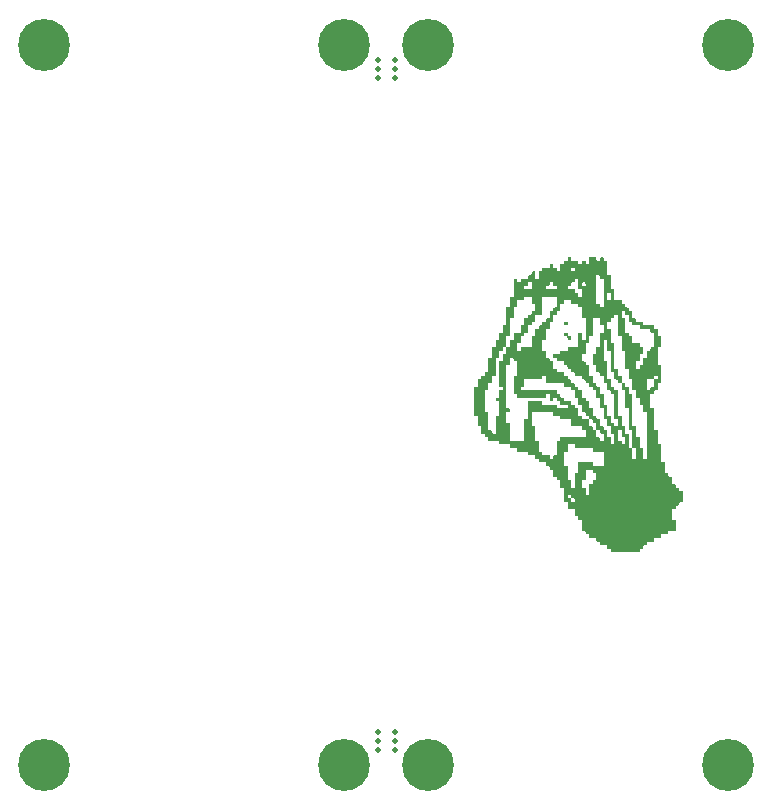
<source format=gbr>
%TF.GenerationSoftware,KiCad,Pcbnew,7.0.7*%
%TF.CreationDate,2023-08-25T22:45:50+10:00*%
%TF.ProjectId,SuperMini-EPD-Sheild,53757065-724d-4696-9e69-2d4550442d53,rev?*%
%TF.SameCoordinates,Original*%
%TF.FileFunction,Soldermask,Bot*%
%TF.FilePolarity,Negative*%
%FSLAX46Y46*%
G04 Gerber Fmt 4.6, Leading zero omitted, Abs format (unit mm)*
G04 Created by KiCad (PCBNEW 7.0.7) date 2023-08-25 22:45:50*
%MOMM*%
%LPD*%
G01*
G04 APERTURE LIST*
%ADD10C,0.500000*%
%ADD11C,4.400000*%
G04 APERTURE END LIST*
%TO.C,G\u002A\u002A\u002A*%
G36*
X82256196Y-61565610D02*
G01*
X82352281Y-61573963D01*
X82390332Y-61615877D01*
X82397077Y-61718079D01*
X82397058Y-61729685D01*
X82388705Y-61825770D01*
X82346791Y-61863821D01*
X82244590Y-61870566D01*
X82232983Y-61870547D01*
X82136898Y-61862194D01*
X82098847Y-61820280D01*
X82092103Y-61718079D01*
X82092122Y-61706472D01*
X82100474Y-61610387D01*
X82142388Y-61572336D01*
X82244590Y-61565591D01*
X82256196Y-61565610D01*
G37*
G36*
X82256196Y-62480533D02*
G01*
X82352281Y-62488886D01*
X82390332Y-62530800D01*
X82397077Y-62633001D01*
X82397096Y-62644608D01*
X82405449Y-62740693D01*
X82447362Y-62778744D01*
X82549564Y-62785488D01*
X82561170Y-62785507D01*
X82657256Y-62793860D01*
X82695307Y-62835774D01*
X82702051Y-62937976D01*
X82702032Y-62949582D01*
X82693679Y-63045667D01*
X82651766Y-63083718D01*
X82549564Y-63090463D01*
X82537957Y-63090444D01*
X82441872Y-63082091D01*
X82403821Y-63040177D01*
X82397077Y-62937976D01*
X82397058Y-62926369D01*
X82388705Y-62830284D01*
X82346791Y-62792233D01*
X82244590Y-62785488D01*
X82232983Y-62785470D01*
X82136898Y-62777117D01*
X82098847Y-62735203D01*
X82092103Y-62633001D01*
X82092122Y-62621395D01*
X82100474Y-62525310D01*
X82142388Y-62487259D01*
X82244590Y-62480514D01*
X82256196Y-62480533D01*
G37*
G36*
X85751794Y-57600926D02*
G01*
X85904281Y-57600926D01*
X86056768Y-57600926D01*
X86056768Y-58210874D01*
X86056768Y-58820823D01*
X86209255Y-58820823D01*
X86361742Y-58820823D01*
X86361742Y-59125797D01*
X86361742Y-59278284D01*
X86361742Y-59735746D01*
X86666717Y-59735746D01*
X86971691Y-59735746D01*
X86971691Y-59888233D01*
X86971710Y-59899839D01*
X86980063Y-59995924D01*
X87021976Y-60033976D01*
X87124178Y-60040720D01*
X87135785Y-60040739D01*
X87231870Y-60049092D01*
X87269921Y-60091005D01*
X87276665Y-60193207D01*
X87276684Y-60204814D01*
X87285037Y-60300899D01*
X87326951Y-60338950D01*
X87429152Y-60345694D01*
X87440759Y-60345713D01*
X87536844Y-60354066D01*
X87574895Y-60395980D01*
X87581639Y-60498181D01*
X87581658Y-60509788D01*
X87590011Y-60605873D01*
X87631925Y-60643924D01*
X87734127Y-60650669D01*
X87886614Y-60650669D01*
X87886614Y-60955643D01*
X87886614Y-61260617D01*
X88039101Y-61260617D01*
X88050707Y-61260636D01*
X88146792Y-61268989D01*
X88184844Y-61310903D01*
X88191588Y-61413104D01*
X88191588Y-61565591D01*
X88496562Y-61565591D01*
X88801537Y-61565591D01*
X88801537Y-61718079D01*
X88801537Y-61870566D01*
X89258998Y-61870566D01*
X89716459Y-61870566D01*
X89716459Y-62023053D01*
X89716478Y-62034659D01*
X89724831Y-62130744D01*
X89766745Y-62168796D01*
X89868946Y-62175540D01*
X90021434Y-62175540D01*
X90021434Y-62480514D01*
X90021434Y-62785488D01*
X90173921Y-62785488D01*
X90326408Y-62785488D01*
X90326408Y-63242950D01*
X90326408Y-63700411D01*
X90173921Y-63700411D01*
X90021434Y-63700411D01*
X90021434Y-64462847D01*
X90021434Y-65225283D01*
X90173921Y-65225283D01*
X90326408Y-65225283D01*
X90326408Y-65987718D01*
X90326408Y-66292693D01*
X90326408Y-66750154D01*
X90173921Y-66750154D01*
X90021434Y-66750154D01*
X90021434Y-67055128D01*
X90021434Y-67360103D01*
X89868946Y-67360103D01*
X89857340Y-67360121D01*
X89761255Y-67368474D01*
X89723204Y-67410388D01*
X89716459Y-67512590D01*
X89716440Y-67524196D01*
X89708088Y-67620281D01*
X89666174Y-67658332D01*
X89563972Y-67665077D01*
X89411485Y-67665077D01*
X89411485Y-68275025D01*
X89411485Y-68884974D01*
X89563972Y-68884974D01*
X89716459Y-68884974D01*
X89716459Y-69799897D01*
X89716459Y-70714820D01*
X89868946Y-70714820D01*
X90021434Y-70714820D01*
X90021434Y-71324768D01*
X90021434Y-71934717D01*
X90173921Y-71934717D01*
X90326408Y-71934717D01*
X90326408Y-72697152D01*
X90326408Y-73154614D01*
X90326408Y-73459588D01*
X90478895Y-73459588D01*
X90631382Y-73459588D01*
X90631382Y-73764562D01*
X90631382Y-73917049D01*
X90631382Y-74374511D01*
X90783869Y-74374511D01*
X90795476Y-74374530D01*
X90891561Y-74382882D01*
X90929612Y-74424796D01*
X90936356Y-74526998D01*
X90936375Y-74538604D01*
X90944728Y-74634689D01*
X90986642Y-74672741D01*
X91088844Y-74679485D01*
X91241331Y-74679485D01*
X91241331Y-74984459D01*
X91241331Y-75289434D01*
X91393818Y-75289434D01*
X91405424Y-75289453D01*
X91501509Y-75297805D01*
X91539561Y-75339719D01*
X91546305Y-75441921D01*
X91546324Y-75453527D01*
X91554677Y-75549612D01*
X91596590Y-75587663D01*
X91698792Y-75594408D01*
X91710399Y-75594427D01*
X91806484Y-75602780D01*
X91844535Y-75644693D01*
X91851279Y-75746895D01*
X91851298Y-75758502D01*
X91859651Y-75854587D01*
X91901565Y-75892638D01*
X92003766Y-75899382D01*
X92156253Y-75899382D01*
X92156253Y-76356844D01*
X92156253Y-76661818D01*
X92156253Y-76814305D01*
X92003766Y-76814305D01*
X91992160Y-76814324D01*
X91896075Y-76822677D01*
X91858024Y-76864590D01*
X91851279Y-76966792D01*
X91851260Y-76978399D01*
X91842908Y-77074484D01*
X91800994Y-77112535D01*
X91698792Y-77119279D01*
X91687186Y-77119298D01*
X91591101Y-77127651D01*
X91553049Y-77169565D01*
X91546305Y-77271766D01*
X91546286Y-77283373D01*
X91537933Y-77379458D01*
X91496020Y-77417509D01*
X91393818Y-77424253D01*
X91241331Y-77424253D01*
X91241331Y-77881715D01*
X91241331Y-78339176D01*
X91393818Y-78339176D01*
X91546305Y-78339176D01*
X91546305Y-78796638D01*
X91546305Y-79254099D01*
X91241331Y-79254099D01*
X90936356Y-79254099D01*
X90936356Y-79406586D01*
X90936356Y-79559073D01*
X90631382Y-79559073D01*
X90326408Y-79559073D01*
X90326408Y-79711561D01*
X90326408Y-79864048D01*
X90021434Y-79864048D01*
X89716459Y-79864048D01*
X89716459Y-80016535D01*
X89716459Y-80169022D01*
X89411485Y-80169022D01*
X89106511Y-80169022D01*
X89106511Y-80321509D01*
X89106492Y-80333116D01*
X89098139Y-80429201D01*
X89056225Y-80467252D01*
X88954024Y-80473996D01*
X88942417Y-80474015D01*
X88846332Y-80482368D01*
X88808281Y-80524282D01*
X88801537Y-80626483D01*
X88801518Y-80638090D01*
X88793165Y-80734175D01*
X88751251Y-80772226D01*
X88649049Y-80778970D01*
X88637443Y-80778989D01*
X88541358Y-80787342D01*
X88503307Y-80829256D01*
X88496562Y-80931458D01*
X88496562Y-81083945D01*
X87276665Y-81083945D01*
X86056768Y-81083945D01*
X86056768Y-80931458D01*
X86056749Y-80919851D01*
X86048396Y-80823766D01*
X86006483Y-80785715D01*
X85904281Y-80778970D01*
X85892674Y-80778951D01*
X85796589Y-80770599D01*
X85758538Y-80728685D01*
X85751794Y-80626483D01*
X85751794Y-80473996D01*
X85446820Y-80473996D01*
X85141845Y-80473996D01*
X85141845Y-80321509D01*
X85141826Y-80309903D01*
X85133474Y-80213817D01*
X85091560Y-80175766D01*
X84989358Y-80169022D01*
X84977752Y-80169003D01*
X84881667Y-80160650D01*
X84843615Y-80118736D01*
X84836871Y-80016535D01*
X84836871Y-79864048D01*
X84531897Y-79864048D01*
X84226922Y-79864048D01*
X84226922Y-79711561D01*
X84226903Y-79699954D01*
X84218551Y-79603869D01*
X84176637Y-79565818D01*
X84074435Y-79559073D01*
X84062829Y-79559054D01*
X83966744Y-79550702D01*
X83928693Y-79508788D01*
X83921948Y-79406586D01*
X83921929Y-79394980D01*
X83913576Y-79298895D01*
X83871663Y-79260843D01*
X83769461Y-79254099D01*
X83616974Y-79254099D01*
X83616974Y-78796638D01*
X83616974Y-78339176D01*
X83464487Y-78339176D01*
X83452880Y-78339157D01*
X83356795Y-78330805D01*
X83318744Y-78288891D01*
X83312000Y-78186689D01*
X83311981Y-78175083D01*
X83303628Y-78078998D01*
X83261714Y-78040946D01*
X83159513Y-78034202D01*
X83007025Y-78034202D01*
X83007025Y-77729228D01*
X83007025Y-77424253D01*
X82702051Y-77424253D01*
X82397077Y-77424253D01*
X82397077Y-77119279D01*
X82397077Y-76814305D01*
X82244590Y-76814305D01*
X82092103Y-76814305D01*
X82092103Y-76356844D01*
X82397077Y-76356844D01*
X82397096Y-76368450D01*
X82405449Y-76464535D01*
X82447362Y-76502586D01*
X82549564Y-76509331D01*
X82561170Y-76509350D01*
X82657256Y-76517702D01*
X82695307Y-76559616D01*
X82702051Y-76661818D01*
X82702070Y-76673424D01*
X82710423Y-76769509D01*
X82752337Y-76807561D01*
X82854538Y-76814305D01*
X82866145Y-76814286D01*
X82962230Y-76805933D01*
X83000281Y-76764020D01*
X83007025Y-76661818D01*
X83007006Y-76650211D01*
X82998654Y-76554126D01*
X82956740Y-76516075D01*
X82854538Y-76509331D01*
X82842932Y-76509312D01*
X82746847Y-76500959D01*
X82708795Y-76459045D01*
X82702051Y-76356844D01*
X82702032Y-76345237D01*
X82693679Y-76249152D01*
X82651766Y-76211101D01*
X82549564Y-76204356D01*
X82537957Y-76204375D01*
X82441872Y-76212728D01*
X82403821Y-76254642D01*
X82397077Y-76356844D01*
X82092103Y-76356844D01*
X82092103Y-76204356D01*
X82092103Y-75594408D01*
X81939615Y-75594408D01*
X81787128Y-75594408D01*
X81787128Y-75289434D01*
X81787128Y-74984459D01*
X81634641Y-74984459D01*
X81623035Y-74984440D01*
X81526950Y-74976088D01*
X81488898Y-74934174D01*
X81482154Y-74831972D01*
X81482135Y-74820366D01*
X81473782Y-74724281D01*
X81431869Y-74686229D01*
X81329667Y-74679485D01*
X81177180Y-74679485D01*
X81177180Y-74374511D01*
X81177180Y-74069536D01*
X81024693Y-74069536D01*
X81013086Y-74069518D01*
X80917001Y-74061165D01*
X80878950Y-74019251D01*
X80872205Y-73917049D01*
X80872187Y-73905443D01*
X80863834Y-73809358D01*
X80821920Y-73771307D01*
X80719718Y-73764562D01*
X82092103Y-73764562D01*
X82244590Y-73764562D01*
X82397077Y-73764562D01*
X82397077Y-74374511D01*
X82397077Y-74984459D01*
X82549564Y-74984459D01*
X82702051Y-74984459D01*
X82702051Y-75289434D01*
X82702051Y-75594408D01*
X82854538Y-75594408D01*
X83007025Y-75594408D01*
X83616974Y-75594408D01*
X83769461Y-75594408D01*
X83921948Y-75594408D01*
X83921948Y-75899382D01*
X83921948Y-76204356D01*
X84074435Y-76204356D01*
X84226922Y-76204356D01*
X84226922Y-75746895D01*
X84226922Y-75289434D01*
X84379410Y-75289434D01*
X84391016Y-75289415D01*
X84487101Y-75281062D01*
X84525152Y-75239148D01*
X84531897Y-75136946D01*
X84531916Y-75125340D01*
X84540268Y-75029255D01*
X84582182Y-74991204D01*
X84684384Y-74984459D01*
X84836871Y-74984459D01*
X84836871Y-74679485D01*
X84836871Y-74374511D01*
X84684384Y-74374511D01*
X84672777Y-74374492D01*
X84576692Y-74366139D01*
X84538641Y-74324225D01*
X84531897Y-74222024D01*
X84531897Y-74069536D01*
X84226922Y-74069536D01*
X83921948Y-74069536D01*
X83921948Y-74526998D01*
X83921948Y-74984459D01*
X83769461Y-74984459D01*
X83616974Y-74984459D01*
X83616974Y-75289434D01*
X83616974Y-75594408D01*
X83007025Y-75594408D01*
X83007025Y-74984459D01*
X83007025Y-74374511D01*
X83159513Y-74374511D01*
X83312000Y-74374511D01*
X83312000Y-73917049D01*
X83312000Y-73459588D01*
X83921948Y-73459588D01*
X84531897Y-73459588D01*
X84531897Y-73612075D01*
X84531897Y-73764562D01*
X84989358Y-73764562D01*
X85446820Y-73764562D01*
X85446820Y-73154614D01*
X85446820Y-72544665D01*
X84989358Y-72544665D01*
X84531897Y-72544665D01*
X84531897Y-72392178D01*
X84531897Y-72239691D01*
X83769461Y-72239691D01*
X83007025Y-72239691D01*
X83007025Y-72087204D01*
X83007025Y-71934717D01*
X82702051Y-71934717D01*
X82397077Y-71934717D01*
X82397077Y-72239691D01*
X82397077Y-72544665D01*
X82244590Y-72544665D01*
X82092103Y-72544665D01*
X82092103Y-73154614D01*
X82092103Y-73764562D01*
X80719718Y-73764562D01*
X80708112Y-73764543D01*
X80612027Y-73756190D01*
X80573976Y-73714277D01*
X80567231Y-73612075D01*
X80567231Y-73459588D01*
X80262257Y-73459588D01*
X79957283Y-73459588D01*
X79957283Y-73307101D01*
X79957264Y-73295494D01*
X79948911Y-73199409D01*
X79906997Y-73161358D01*
X79804796Y-73154614D01*
X79793189Y-73154595D01*
X79697104Y-73146242D01*
X79659053Y-73104328D01*
X79652308Y-73002127D01*
X79652308Y-72849639D01*
X79347334Y-72849639D01*
X79042360Y-72849639D01*
X79042360Y-72697152D01*
X79042360Y-72544665D01*
X78584898Y-72544665D01*
X78127437Y-72544665D01*
X78127437Y-72392178D01*
X78127437Y-72239691D01*
X77822463Y-72239691D01*
X77517488Y-72239691D01*
X77517488Y-72087204D01*
X77517488Y-71934717D01*
X77060027Y-71934717D01*
X76602566Y-71934717D01*
X76602566Y-71782229D01*
X76602566Y-71629742D01*
X76145104Y-71629742D01*
X75687643Y-71629742D01*
X75687643Y-71477255D01*
X75687624Y-71465649D01*
X75679271Y-71369564D01*
X75637357Y-71331512D01*
X75535156Y-71324768D01*
X75523549Y-71324749D01*
X75427464Y-71316396D01*
X75389413Y-71274483D01*
X75382669Y-71172281D01*
X75382650Y-71160674D01*
X75374297Y-71064589D01*
X75332383Y-71026538D01*
X75230181Y-71019794D01*
X75077694Y-71019794D01*
X75077694Y-70714820D01*
X75077694Y-70409845D01*
X74925207Y-70409845D01*
X74772720Y-70409845D01*
X74772720Y-69952384D01*
X74772720Y-69494922D01*
X74620233Y-69494922D01*
X74467746Y-69494922D01*
X74467746Y-69189948D01*
X75382669Y-69189948D01*
X75535156Y-69189948D01*
X75687643Y-69189948D01*
X75687643Y-69952384D01*
X75687643Y-70714820D01*
X75840130Y-70714820D01*
X75851737Y-70714838D01*
X75947822Y-70723191D01*
X75985873Y-70765105D01*
X75992617Y-70867307D01*
X75992636Y-70878913D01*
X76000989Y-70974998D01*
X76042903Y-71013049D01*
X76145104Y-71019794D01*
X76297591Y-71019794D01*
X76297591Y-70257358D01*
X76297591Y-70104871D01*
X77212514Y-70104871D01*
X77365001Y-70104871D01*
X77517488Y-70104871D01*
X77517488Y-70867307D01*
X77517488Y-71629742D01*
X78127437Y-71629742D01*
X78737386Y-71629742D01*
X78737386Y-70714820D01*
X78737386Y-70409845D01*
X79347334Y-70409845D01*
X79499821Y-70409845D01*
X79652308Y-70409845D01*
X79652308Y-71019794D01*
X79652308Y-71629742D01*
X79804796Y-71629742D01*
X79957283Y-71629742D01*
X79957283Y-72087204D01*
X79957283Y-72544665D01*
X80109770Y-72544665D01*
X80121376Y-72544684D01*
X80217461Y-72553037D01*
X80255513Y-72594951D01*
X80262257Y-72697152D01*
X80262257Y-72849639D01*
X80567231Y-72849639D01*
X80872205Y-72849639D01*
X80872205Y-73002127D01*
X80872224Y-73013733D01*
X80880577Y-73109818D01*
X80922491Y-73147869D01*
X81024693Y-73154614D01*
X81036299Y-73154595D01*
X81132384Y-73146242D01*
X81170435Y-73104328D01*
X81177180Y-73002127D01*
X81177199Y-72990520D01*
X81185551Y-72894435D01*
X81227465Y-72856384D01*
X81329667Y-72849639D01*
X81482154Y-72849639D01*
X81482154Y-72239691D01*
X81482154Y-71629742D01*
X81634641Y-71629742D01*
X81646248Y-71629723D01*
X81742333Y-71621371D01*
X81780384Y-71579457D01*
X81787128Y-71477255D01*
X81787128Y-71324768D01*
X82854538Y-71324768D01*
X83921948Y-71324768D01*
X84836871Y-71324768D01*
X84989358Y-71324768D01*
X85000965Y-71324787D01*
X85097050Y-71333140D01*
X85135101Y-71375053D01*
X85141845Y-71477255D01*
X85141864Y-71488862D01*
X85150217Y-71584947D01*
X85192131Y-71622998D01*
X85294332Y-71629742D01*
X85446820Y-71629742D01*
X85446820Y-71324768D01*
X85446820Y-71019794D01*
X85294332Y-71019794D01*
X85282726Y-71019775D01*
X85186641Y-71011422D01*
X85148590Y-70969508D01*
X85141845Y-70867307D01*
X85141826Y-70855700D01*
X85133474Y-70759615D01*
X85091560Y-70721564D01*
X84989358Y-70714820D01*
X84836871Y-70714820D01*
X84836871Y-71019794D01*
X84836871Y-71324768D01*
X83921948Y-71324768D01*
X83921948Y-71019794D01*
X83921948Y-70714820D01*
X83769461Y-70714820D01*
X83757855Y-70714801D01*
X83661769Y-70706448D01*
X83623718Y-70664534D01*
X83616974Y-70562332D01*
X83616974Y-70409845D01*
X83159513Y-70409845D01*
X82702051Y-70409845D01*
X82702051Y-70104871D01*
X82702051Y-69799897D01*
X82244590Y-69799897D01*
X81787128Y-69799897D01*
X81787128Y-69647410D01*
X81787128Y-69494922D01*
X81482154Y-69494922D01*
X81177180Y-69494922D01*
X81177180Y-69342435D01*
X81177180Y-69189948D01*
X80262257Y-69189948D01*
X79347334Y-69189948D01*
X79347334Y-69799897D01*
X79347334Y-70409845D01*
X78737386Y-70409845D01*
X78737386Y-69799897D01*
X78889873Y-69799897D01*
X79042360Y-69799897D01*
X79042360Y-69037461D01*
X79042360Y-68275025D01*
X79652308Y-68275025D01*
X80262257Y-68275025D01*
X80262257Y-68427512D01*
X80262257Y-68580000D01*
X80872205Y-68580000D01*
X81482154Y-68580000D01*
X81482154Y-68732487D01*
X81482154Y-68884974D01*
X81939615Y-68884974D01*
X82397077Y-68884974D01*
X82397077Y-68732487D01*
X82397077Y-68580000D01*
X82092103Y-68580000D01*
X81787128Y-68580000D01*
X81787128Y-68427512D01*
X81787109Y-68415906D01*
X81778757Y-68319821D01*
X81736843Y-68281770D01*
X81634641Y-68275025D01*
X81623035Y-68275006D01*
X81526950Y-68266654D01*
X81488898Y-68224740D01*
X81482154Y-68122538D01*
X81482135Y-68110932D01*
X81473782Y-68014847D01*
X81431869Y-67976795D01*
X81329667Y-67970051D01*
X81318060Y-67970070D01*
X81221975Y-67978423D01*
X81183924Y-68020336D01*
X81177180Y-68122538D01*
X81177161Y-68134145D01*
X81168808Y-68230230D01*
X81126894Y-68268281D01*
X81024693Y-68275025D01*
X80872205Y-68275025D01*
X80872205Y-67970051D01*
X80872205Y-67665077D01*
X80719718Y-67665077D01*
X80708112Y-67665096D01*
X80612027Y-67673449D01*
X80573976Y-67715362D01*
X80567231Y-67817564D01*
X80567231Y-67970051D01*
X79347334Y-67970051D01*
X78127437Y-67970051D01*
X78127437Y-67817564D01*
X78127418Y-67805957D01*
X78119065Y-67709872D01*
X78077152Y-67671821D01*
X77974950Y-67665077D01*
X77822463Y-67665077D01*
X77822463Y-67360103D01*
X78432411Y-67360103D01*
X79957283Y-67360103D01*
X81482154Y-67360103D01*
X81482154Y-67512590D01*
X81482173Y-67524196D01*
X81490526Y-67620281D01*
X81532439Y-67658332D01*
X81634641Y-67665077D01*
X81646248Y-67665096D01*
X81742333Y-67673449D01*
X81780384Y-67715362D01*
X81787128Y-67817564D01*
X81787147Y-67829170D01*
X81795500Y-67925256D01*
X81837414Y-67963307D01*
X81939615Y-67970051D01*
X81951222Y-67970070D01*
X82047307Y-67978423D01*
X82085358Y-68020336D01*
X82092103Y-68122538D01*
X82092103Y-68275025D01*
X82397077Y-68275025D01*
X82702051Y-68275025D01*
X82702051Y-68427512D01*
X82702070Y-68439119D01*
X82710423Y-68535204D01*
X82752337Y-68573255D01*
X82854538Y-68580000D01*
X82866145Y-68580019D01*
X82962230Y-68588371D01*
X83000281Y-68630285D01*
X83007025Y-68732487D01*
X83007044Y-68744093D01*
X83015397Y-68840178D01*
X83057311Y-68878230D01*
X83159513Y-68884974D01*
X83312000Y-68884974D01*
X83312000Y-69189948D01*
X83312000Y-69494922D01*
X83464487Y-69494922D01*
X83476093Y-69494941D01*
X83572178Y-69503294D01*
X83610230Y-69545208D01*
X83616974Y-69647410D01*
X83616974Y-69799897D01*
X83921948Y-69799897D01*
X84226922Y-69799897D01*
X84226922Y-70104871D01*
X84226922Y-70409845D01*
X84379410Y-70409845D01*
X84391016Y-70409864D01*
X84487101Y-70418217D01*
X84525152Y-70460131D01*
X84531897Y-70562332D01*
X84531916Y-70573939D01*
X84540268Y-70670024D01*
X84582182Y-70708075D01*
X84684384Y-70714820D01*
X84836871Y-70714820D01*
X84836871Y-70409845D01*
X84836871Y-70104871D01*
X84684384Y-70104871D01*
X84672777Y-70104852D01*
X84576692Y-70096499D01*
X84538641Y-70054586D01*
X84531897Y-69952384D01*
X84531878Y-69940777D01*
X84523525Y-69844692D01*
X84481611Y-69806641D01*
X84379410Y-69799897D01*
X84367803Y-69799878D01*
X84271718Y-69791525D01*
X84233667Y-69749611D01*
X84226922Y-69647410D01*
X84226903Y-69635803D01*
X84218551Y-69539718D01*
X84176637Y-69501667D01*
X84074435Y-69494922D01*
X84062829Y-69494903D01*
X83966744Y-69486551D01*
X83928693Y-69444637D01*
X83921948Y-69342435D01*
X83921929Y-69330829D01*
X83913576Y-69234744D01*
X83871663Y-69196693D01*
X83769461Y-69189948D01*
X83616974Y-69189948D01*
X83616974Y-68884974D01*
X83616974Y-68580000D01*
X83464487Y-68580000D01*
X83312000Y-68580000D01*
X83312000Y-68275025D01*
X83312000Y-67970051D01*
X83159513Y-67970051D01*
X83007025Y-67970051D01*
X83007025Y-67665077D01*
X83007025Y-67360103D01*
X82854538Y-67360103D01*
X82842932Y-67360084D01*
X82746847Y-67351731D01*
X82708795Y-67309817D01*
X82702051Y-67207615D01*
X82702051Y-67055128D01*
X82397077Y-67055128D01*
X82092103Y-67055128D01*
X82092103Y-66902641D01*
X82092103Y-66750154D01*
X81329667Y-66750154D01*
X80567231Y-66750154D01*
X80567231Y-66445180D01*
X80567231Y-66140205D01*
X80414744Y-66140205D01*
X80403138Y-66140224D01*
X80307052Y-66148577D01*
X80269001Y-66190491D01*
X80262257Y-66292693D01*
X80262257Y-66445180D01*
X79499821Y-66445180D01*
X78737386Y-66445180D01*
X78737386Y-66750154D01*
X78737386Y-67055128D01*
X78584898Y-67055128D01*
X78573292Y-67055147D01*
X78477207Y-67063500D01*
X78439156Y-67105414D01*
X78432411Y-67207615D01*
X78432411Y-67360103D01*
X77822463Y-67360103D01*
X77822463Y-66902641D01*
X77822463Y-66140205D01*
X77974950Y-66140205D01*
X78127437Y-66140205D01*
X78127437Y-65530257D01*
X78127437Y-64920308D01*
X77974950Y-64920308D01*
X77963343Y-64920289D01*
X77867258Y-64911937D01*
X77829207Y-64870023D01*
X77822463Y-64767821D01*
X77822444Y-64756215D01*
X77814091Y-64660130D01*
X77772177Y-64622078D01*
X77669976Y-64615334D01*
X77517488Y-64615334D01*
X77517488Y-64920308D01*
X77517488Y-65225283D01*
X77365001Y-65225283D01*
X77212514Y-65225283D01*
X77212514Y-67055128D01*
X77212514Y-68884974D01*
X77365001Y-68884974D01*
X77376608Y-68884993D01*
X77472693Y-68893346D01*
X77510744Y-68935259D01*
X77517488Y-69037461D01*
X77517470Y-69049068D01*
X77509117Y-69145153D01*
X77467203Y-69183204D01*
X77365001Y-69189948D01*
X77212514Y-69189948D01*
X77212514Y-69647410D01*
X77212514Y-70104871D01*
X76297591Y-70104871D01*
X76297591Y-69494922D01*
X76450079Y-69494922D01*
X76602566Y-69494922D01*
X76602566Y-68884974D01*
X76602566Y-68275025D01*
X76450079Y-68275025D01*
X76438472Y-68275006D01*
X76342387Y-68266654D01*
X76304336Y-68224740D01*
X76297591Y-68122538D01*
X76297610Y-68110932D01*
X76305963Y-68014847D01*
X76347877Y-67976795D01*
X76450079Y-67970051D01*
X76602566Y-67970051D01*
X76602566Y-67665077D01*
X76602566Y-67360103D01*
X76755053Y-67360103D01*
X76766659Y-67360084D01*
X76862744Y-67351731D01*
X76900796Y-67309817D01*
X76907540Y-67207615D01*
X76907521Y-67196009D01*
X76899168Y-67099924D01*
X76857255Y-67061873D01*
X76755053Y-67055128D01*
X76602566Y-67055128D01*
X76602566Y-65987718D01*
X76602566Y-64920308D01*
X76755053Y-64920308D01*
X76907540Y-64920308D01*
X76907540Y-64615334D01*
X76907540Y-64310360D01*
X77060027Y-64310360D01*
X77212514Y-64310360D01*
X77212514Y-64005386D01*
X78127437Y-64005386D01*
X78279924Y-64005386D01*
X80262257Y-64005386D01*
X80414744Y-64005386D01*
X80567231Y-64005386D01*
X80567231Y-64310360D01*
X80567231Y-64615334D01*
X80719718Y-64615334D01*
X80731325Y-64615353D01*
X80827410Y-64623706D01*
X80865461Y-64665620D01*
X80872205Y-64767821D01*
X80872224Y-64779428D01*
X80880577Y-64875513D01*
X80922491Y-64913564D01*
X81024693Y-64920308D01*
X81177180Y-64920308D01*
X81177180Y-65225283D01*
X81177180Y-65530257D01*
X81329667Y-65530257D01*
X81341273Y-65530276D01*
X81437358Y-65538629D01*
X81475410Y-65580542D01*
X81482154Y-65682744D01*
X81482154Y-65835231D01*
X81787128Y-65835231D01*
X82092103Y-65835231D01*
X82092103Y-65987718D01*
X82092122Y-65999325D01*
X82100474Y-66095410D01*
X82142388Y-66133461D01*
X82244590Y-66140205D01*
X82256196Y-66140224D01*
X82352281Y-66148577D01*
X82390332Y-66190491D01*
X82397077Y-66292693D01*
X82397096Y-66304299D01*
X82405449Y-66400384D01*
X82447362Y-66438435D01*
X82549564Y-66445180D01*
X82561170Y-66445199D01*
X82657256Y-66453551D01*
X82695307Y-66495465D01*
X82702051Y-66597667D01*
X82702070Y-66609273D01*
X82710423Y-66705358D01*
X82752337Y-66743410D01*
X82854538Y-66750154D01*
X82866145Y-66750173D01*
X82962230Y-66758526D01*
X83000281Y-66800439D01*
X83007025Y-66902641D01*
X83007044Y-66914248D01*
X83015397Y-67010333D01*
X83057311Y-67048384D01*
X83159513Y-67055128D01*
X83171119Y-67055147D01*
X83267204Y-67063500D01*
X83305255Y-67105414D01*
X83312000Y-67207615D01*
X83312019Y-67219222D01*
X83320371Y-67315307D01*
X83362285Y-67353358D01*
X83464487Y-67360103D01*
X83616974Y-67360103D01*
X83616974Y-67665077D01*
X83616974Y-67970051D01*
X83769461Y-67970051D01*
X83781068Y-67970070D01*
X83877153Y-67978423D01*
X83915204Y-68020336D01*
X83921948Y-68122538D01*
X83921967Y-68134145D01*
X83930320Y-68230230D01*
X83972234Y-68268281D01*
X84074435Y-68275025D01*
X84226922Y-68275025D01*
X84226922Y-68580000D01*
X84226922Y-68884974D01*
X84379410Y-68884974D01*
X84531897Y-68884974D01*
X84531897Y-69189948D01*
X84531897Y-69494922D01*
X84684384Y-69494922D01*
X84695990Y-69494941D01*
X84792075Y-69503294D01*
X84830127Y-69545208D01*
X84836871Y-69647410D01*
X84836890Y-69659016D01*
X84845243Y-69755101D01*
X84887156Y-69793152D01*
X84989358Y-69799897D01*
X85141845Y-69799897D01*
X85141845Y-70104871D01*
X85141845Y-70409845D01*
X85294332Y-70409845D01*
X85305939Y-70409864D01*
X85402024Y-70418217D01*
X85440075Y-70460131D01*
X85446820Y-70562332D01*
X85446838Y-70573939D01*
X85455191Y-70670024D01*
X85497105Y-70708075D01*
X85599307Y-70714820D01*
X85751794Y-70714820D01*
X85751794Y-71019794D01*
X85751794Y-71324768D01*
X85904281Y-71324768D01*
X86056768Y-71324768D01*
X86056768Y-71629742D01*
X86056768Y-71934717D01*
X86209255Y-71934717D01*
X86361742Y-71934717D01*
X86361742Y-71629742D01*
X86666717Y-71629742D01*
X86819204Y-71629742D01*
X86830810Y-71629761D01*
X86926895Y-71638114D01*
X86964947Y-71680028D01*
X86971691Y-71782229D01*
X86971710Y-71793836D01*
X86980063Y-71889921D01*
X87021976Y-71927972D01*
X87124178Y-71934717D01*
X87276665Y-71934717D01*
X87276665Y-71629742D01*
X87276665Y-71324768D01*
X87124178Y-71324768D01*
X86971691Y-71324768D01*
X86971691Y-71019794D01*
X86971691Y-70714820D01*
X86819204Y-70714820D01*
X86666717Y-70714820D01*
X86666717Y-71172281D01*
X86666717Y-71629742D01*
X86361742Y-71629742D01*
X86361742Y-71477255D01*
X86361742Y-71019794D01*
X86209255Y-71019794D01*
X86056768Y-71019794D01*
X86056768Y-70714820D01*
X86056768Y-70409845D01*
X85904281Y-70409845D01*
X85751794Y-70409845D01*
X85751794Y-70104871D01*
X85751794Y-69799897D01*
X85599307Y-69799897D01*
X85446820Y-69799897D01*
X85446820Y-69342435D01*
X85446820Y-68884974D01*
X85294332Y-68884974D01*
X85141845Y-68884974D01*
X85141845Y-68427512D01*
X85141845Y-67970051D01*
X84989358Y-67970051D01*
X84836871Y-67970051D01*
X84836871Y-67665077D01*
X84836871Y-67360103D01*
X84684384Y-67360103D01*
X84672777Y-67360084D01*
X84576692Y-67351731D01*
X84538641Y-67309817D01*
X84531897Y-67207615D01*
X84531878Y-67196009D01*
X84523525Y-67099924D01*
X84481611Y-67061873D01*
X84379410Y-67055128D01*
X84367803Y-67055109D01*
X84271718Y-67046757D01*
X84233667Y-67004843D01*
X84226922Y-66902641D01*
X84226903Y-66891035D01*
X84218551Y-66794950D01*
X84176637Y-66756898D01*
X84074435Y-66750154D01*
X84062829Y-66750135D01*
X83966744Y-66741782D01*
X83928693Y-66699869D01*
X83921948Y-66597667D01*
X83921929Y-66586060D01*
X83913576Y-66489975D01*
X83871663Y-66451924D01*
X83769461Y-66445180D01*
X83757855Y-66445161D01*
X83661769Y-66436808D01*
X83623718Y-66394894D01*
X83616974Y-66292693D01*
X83616974Y-66140205D01*
X83312000Y-66140205D01*
X83007025Y-66140205D01*
X83007025Y-65987718D01*
X83007006Y-65976112D01*
X82998654Y-65880027D01*
X82956740Y-65841976D01*
X82854538Y-65835231D01*
X82842932Y-65835212D01*
X82746847Y-65826859D01*
X82708795Y-65784946D01*
X82702051Y-65682744D01*
X82702032Y-65671138D01*
X82693679Y-65575052D01*
X82651766Y-65537001D01*
X82549564Y-65530257D01*
X82537957Y-65530238D01*
X82441872Y-65521885D01*
X82403821Y-65479971D01*
X82397077Y-65377770D01*
X82397058Y-65366163D01*
X82388705Y-65270078D01*
X82346791Y-65232027D01*
X82244590Y-65225283D01*
X82232983Y-65225264D01*
X82136898Y-65216911D01*
X82098847Y-65174997D01*
X82092103Y-65072795D01*
X82092103Y-64920308D01*
X83616974Y-64920308D01*
X83769461Y-64920308D01*
X83781068Y-64920327D01*
X83877153Y-64928680D01*
X83915204Y-64970594D01*
X83921948Y-65072795D01*
X83921967Y-65084402D01*
X83930320Y-65180487D01*
X83972234Y-65218538D01*
X84074435Y-65225283D01*
X84226922Y-65225283D01*
X84226922Y-65682744D01*
X84226922Y-66140205D01*
X84379410Y-66140205D01*
X84531897Y-66140205D01*
X84531897Y-66445180D01*
X84531897Y-66750154D01*
X84684384Y-66750154D01*
X84695990Y-66750173D01*
X84792075Y-66758526D01*
X84830127Y-66800439D01*
X84836871Y-66902641D01*
X84836890Y-66914248D01*
X84845243Y-67010333D01*
X84887156Y-67048384D01*
X84989358Y-67055128D01*
X85141845Y-67055128D01*
X85141845Y-67360103D01*
X85141845Y-67665077D01*
X85294332Y-67665077D01*
X85446820Y-67665077D01*
X85446820Y-68122538D01*
X85446820Y-68580000D01*
X85599307Y-68580000D01*
X85751794Y-68580000D01*
X85751794Y-69037461D01*
X85751794Y-69494922D01*
X85904281Y-69494922D01*
X86056768Y-69494922D01*
X86056768Y-69799897D01*
X86056768Y-70104871D01*
X86209255Y-70104871D01*
X86220862Y-70104890D01*
X86316947Y-70113243D01*
X86354998Y-70155156D01*
X86361742Y-70257358D01*
X86361761Y-70268965D01*
X86370114Y-70365050D01*
X86412028Y-70403101D01*
X86514229Y-70409845D01*
X86666717Y-70409845D01*
X86666717Y-70104871D01*
X86666717Y-69799897D01*
X86514229Y-69799897D01*
X86361742Y-69799897D01*
X86361742Y-68732487D01*
X86361742Y-67665077D01*
X86209255Y-67665077D01*
X86197649Y-67665058D01*
X86101564Y-67656705D01*
X86063512Y-67614791D01*
X86056768Y-67512590D01*
X86056749Y-67500983D01*
X86048396Y-67404898D01*
X86006483Y-67366847D01*
X85904281Y-67360103D01*
X85751794Y-67360103D01*
X85751794Y-67055128D01*
X85751794Y-66750154D01*
X85599307Y-66750154D01*
X85446820Y-66750154D01*
X85446820Y-66445180D01*
X85446820Y-66140205D01*
X85294332Y-66140205D01*
X85282726Y-66140186D01*
X85186641Y-66131834D01*
X85148590Y-66089920D01*
X85141845Y-65987718D01*
X85141826Y-65976112D01*
X85133474Y-65880027D01*
X85091560Y-65841976D01*
X84989358Y-65835231D01*
X84836871Y-65835231D01*
X84836871Y-65530257D01*
X84836871Y-65225283D01*
X84684384Y-65225283D01*
X84531897Y-65225283D01*
X84531897Y-64920308D01*
X85446820Y-64920308D01*
X85599307Y-64920308D01*
X85751794Y-64920308D01*
X85751794Y-65682744D01*
X85751794Y-66445180D01*
X85904281Y-66445180D01*
X86056768Y-66445180D01*
X86056768Y-66750154D01*
X86056768Y-67055128D01*
X86209255Y-67055128D01*
X86220862Y-67055147D01*
X86316947Y-67063500D01*
X86354998Y-67105414D01*
X86361742Y-67207615D01*
X86361761Y-67219222D01*
X86370114Y-67315307D01*
X86412028Y-67353358D01*
X86514229Y-67360103D01*
X86666717Y-67360103D01*
X86666717Y-68427512D01*
X86666717Y-69494922D01*
X86819204Y-69494922D01*
X86971691Y-69494922D01*
X86971691Y-69952384D01*
X86971691Y-70409845D01*
X87124178Y-70409845D01*
X87276665Y-70409845D01*
X87276665Y-70714820D01*
X87276665Y-71019794D01*
X87429152Y-71019794D01*
X87581639Y-71019794D01*
X87581639Y-71629742D01*
X87581639Y-71934717D01*
X87581639Y-72239691D01*
X87734127Y-72239691D01*
X87886614Y-72239691D01*
X87886614Y-72697152D01*
X87886614Y-73154614D01*
X88039101Y-73154614D01*
X88191588Y-73154614D01*
X88191588Y-72697152D01*
X88191588Y-72239691D01*
X88039101Y-72239691D01*
X87886614Y-72239691D01*
X87886614Y-71477255D01*
X87886614Y-70714820D01*
X87734127Y-70714820D01*
X87581639Y-70714820D01*
X87581639Y-69799897D01*
X87581639Y-68884974D01*
X87429152Y-68884974D01*
X87276665Y-68884974D01*
X87276665Y-68122538D01*
X87276665Y-67360103D01*
X87124178Y-67360103D01*
X86971691Y-67360103D01*
X86971691Y-67055128D01*
X86971691Y-66750154D01*
X87124178Y-66750154D01*
X87135785Y-66750173D01*
X87231870Y-66758526D01*
X87269921Y-66800439D01*
X87276665Y-66902641D01*
X87276684Y-66914248D01*
X87285037Y-67010333D01*
X87326951Y-67048384D01*
X87429152Y-67055128D01*
X87581639Y-67055128D01*
X87581639Y-67360103D01*
X87581639Y-67665077D01*
X87734127Y-67665077D01*
X87886614Y-67665077D01*
X87886614Y-69037461D01*
X87886614Y-70409845D01*
X88039101Y-70409845D01*
X88191588Y-70409845D01*
X88191588Y-70867307D01*
X88191588Y-71324768D01*
X88344075Y-71324768D01*
X88496562Y-71324768D01*
X88496562Y-71782229D01*
X88496562Y-72239691D01*
X88649049Y-72239691D01*
X88801537Y-72239691D01*
X88801537Y-72697152D01*
X88801537Y-73154614D01*
X88954024Y-73154614D01*
X89106511Y-73154614D01*
X89106511Y-71172281D01*
X89106511Y-69189948D01*
X88954024Y-69189948D01*
X88801537Y-69189948D01*
X88801537Y-68884974D01*
X88801537Y-68580000D01*
X88649049Y-68580000D01*
X88496562Y-68580000D01*
X88496562Y-68275025D01*
X88496562Y-67970051D01*
X88344075Y-67970051D01*
X88191588Y-67970051D01*
X88191588Y-67665077D01*
X88191588Y-67360103D01*
X89106511Y-67360103D01*
X89258998Y-67360103D01*
X89270604Y-67360084D01*
X89366689Y-67351731D01*
X89404741Y-67309817D01*
X89411485Y-67207615D01*
X89411504Y-67196009D01*
X89419857Y-67099924D01*
X89461770Y-67061873D01*
X89563972Y-67055128D01*
X89716459Y-67055128D01*
X89716459Y-66750154D01*
X89716459Y-66445180D01*
X89868946Y-66445180D01*
X89880553Y-66445161D01*
X89976638Y-66436808D01*
X90014689Y-66394894D01*
X90021434Y-66292693D01*
X90021415Y-66281086D01*
X90013062Y-66185001D01*
X89971148Y-66146950D01*
X89868946Y-66140205D01*
X89857340Y-66140224D01*
X89761255Y-66148577D01*
X89723204Y-66190491D01*
X89716459Y-66292693D01*
X89716459Y-66445180D01*
X89411485Y-66445180D01*
X89106511Y-66445180D01*
X89106511Y-66902641D01*
X89106511Y-67360103D01*
X88191588Y-67360103D01*
X88039101Y-67360103D01*
X87886614Y-67360103D01*
X87886614Y-66902641D01*
X87886614Y-66445180D01*
X87734127Y-66445180D01*
X87581639Y-66445180D01*
X87581639Y-65987718D01*
X87581639Y-65530257D01*
X87429152Y-65530257D01*
X87276665Y-65530257D01*
X87276665Y-64767821D01*
X87276665Y-64005386D01*
X87124178Y-64005386D01*
X86971691Y-64005386D01*
X86971691Y-63395437D01*
X86971691Y-62785488D01*
X86819204Y-62785488D01*
X86666717Y-62785488D01*
X86666717Y-61870566D01*
X86666717Y-61260617D01*
X86971691Y-61260617D01*
X87124178Y-61260617D01*
X87276665Y-61260617D01*
X87276665Y-61870566D01*
X87276665Y-62480514D01*
X87429152Y-62480514D01*
X87440759Y-62480533D01*
X87536844Y-62488886D01*
X87574895Y-62530800D01*
X87581639Y-62633001D01*
X87581658Y-62644608D01*
X87590011Y-62740693D01*
X87631925Y-62778744D01*
X87734127Y-62785488D01*
X87886614Y-62785488D01*
X87886614Y-63090463D01*
X87886614Y-63395437D01*
X88191588Y-63395437D01*
X88496562Y-63395437D01*
X88496562Y-63547924D01*
X88496581Y-63559531D01*
X88504934Y-63655616D01*
X88546848Y-63693667D01*
X88649049Y-63700411D01*
X88801537Y-63700411D01*
X88801537Y-64005386D01*
X88801537Y-64310360D01*
X88649049Y-64310360D01*
X88496562Y-64310360D01*
X88496562Y-64615334D01*
X88496562Y-64920308D01*
X88344075Y-64920308D01*
X88191588Y-64920308D01*
X88191588Y-65225283D01*
X88191588Y-65530257D01*
X88344075Y-65530257D01*
X88355682Y-65530238D01*
X88451767Y-65521885D01*
X88489818Y-65479971D01*
X88496562Y-65377770D01*
X88496581Y-65366163D01*
X88504934Y-65270078D01*
X88546848Y-65232027D01*
X88649049Y-65225283D01*
X88801537Y-65225283D01*
X88801537Y-64920308D01*
X88801537Y-64615334D01*
X88954024Y-64615334D01*
X89106511Y-64615334D01*
X89106511Y-64310360D01*
X89106511Y-64005386D01*
X89258998Y-64005386D01*
X89270604Y-64005367D01*
X89366689Y-63997014D01*
X89404741Y-63955100D01*
X89411485Y-63852898D01*
X89411504Y-63841292D01*
X89419857Y-63745207D01*
X89461770Y-63707156D01*
X89563972Y-63700411D01*
X89716459Y-63700411D01*
X89716459Y-63090463D01*
X89716459Y-62480514D01*
X89563972Y-62480514D01*
X89552366Y-62480495D01*
X89456281Y-62472142D01*
X89418229Y-62430229D01*
X89411485Y-62328027D01*
X89411485Y-62175540D01*
X88954024Y-62175540D01*
X88496562Y-62175540D01*
X88496562Y-62023053D01*
X88496562Y-61870566D01*
X88191588Y-61870566D01*
X87886614Y-61870566D01*
X87886614Y-61718079D01*
X87886595Y-61706472D01*
X87878242Y-61610387D01*
X87836328Y-61572336D01*
X87734127Y-61565591D01*
X87581639Y-61565591D01*
X87581639Y-61260617D01*
X87581639Y-60955643D01*
X87429152Y-60955643D01*
X87417546Y-60955624D01*
X87321461Y-60947271D01*
X87283410Y-60905357D01*
X87276665Y-60803156D01*
X87276646Y-60791549D01*
X87268293Y-60695464D01*
X87226380Y-60657413D01*
X87124178Y-60650669D01*
X86971691Y-60650669D01*
X86971691Y-60955643D01*
X86971691Y-61260617D01*
X86666717Y-61260617D01*
X86666717Y-60955643D01*
X86514229Y-60955643D01*
X86502623Y-60955662D01*
X86406538Y-60964015D01*
X86368487Y-61005928D01*
X86361742Y-61108130D01*
X86361723Y-61119736D01*
X86353371Y-61215822D01*
X86311457Y-61253873D01*
X86209255Y-61260617D01*
X86197649Y-61260636D01*
X86101564Y-61268989D01*
X86063512Y-61310903D01*
X86056768Y-61413104D01*
X86056749Y-61424711D01*
X86048396Y-61520796D01*
X86006483Y-61558847D01*
X85904281Y-61565591D01*
X85751794Y-61565591D01*
X85751794Y-61870566D01*
X85751794Y-62175540D01*
X85904281Y-62175540D01*
X86056768Y-62175540D01*
X86056768Y-62785488D01*
X86056768Y-63395437D01*
X86209255Y-63395437D01*
X86361742Y-63395437D01*
X86361742Y-64462847D01*
X86361742Y-65530257D01*
X86514229Y-65530257D01*
X86666717Y-65530257D01*
X86666717Y-65835231D01*
X86666717Y-66140205D01*
X86819204Y-66140205D01*
X86971691Y-66140205D01*
X86971691Y-66445180D01*
X86971691Y-66750154D01*
X86819204Y-66750154D01*
X86807597Y-66750135D01*
X86711512Y-66741782D01*
X86673461Y-66699869D01*
X86666717Y-66597667D01*
X86666698Y-66586060D01*
X86658345Y-66489975D01*
X86616431Y-66451924D01*
X86514229Y-66445180D01*
X86361742Y-66445180D01*
X86361742Y-66140205D01*
X86361742Y-65835231D01*
X86209255Y-65835231D01*
X86056768Y-65835231D01*
X86056768Y-64920308D01*
X86056768Y-64005386D01*
X85904281Y-64005386D01*
X85751794Y-64005386D01*
X85751794Y-63547924D01*
X85751794Y-63090463D01*
X85599307Y-63090463D01*
X85446820Y-63090463D01*
X85446820Y-64005386D01*
X85446820Y-64920308D01*
X84531897Y-64920308D01*
X84531897Y-64767821D01*
X84531897Y-64310360D01*
X84684384Y-64310360D01*
X84836871Y-64310360D01*
X84836871Y-64005386D01*
X84836871Y-63700411D01*
X84989358Y-63700411D01*
X85141845Y-63700411D01*
X85141845Y-63090463D01*
X85141845Y-62480514D01*
X85294332Y-62480514D01*
X85446820Y-62480514D01*
X85446820Y-62175540D01*
X85446820Y-61870566D01*
X85294332Y-61870566D01*
X85141845Y-61870566D01*
X85141845Y-61565591D01*
X85141845Y-61260617D01*
X84836871Y-61260617D01*
X84531897Y-61260617D01*
X84531897Y-62023053D01*
X84531897Y-62785488D01*
X84379410Y-62785488D01*
X84226922Y-62785488D01*
X84226922Y-63090463D01*
X84226922Y-63395437D01*
X84074435Y-63395437D01*
X83921948Y-63395437D01*
X83921948Y-63852898D01*
X83921948Y-64310360D01*
X83769461Y-64310360D01*
X83616974Y-64310360D01*
X83616974Y-64615334D01*
X83616974Y-64920308D01*
X82092103Y-64920308D01*
X81787128Y-64920308D01*
X81482154Y-64920308D01*
X81482154Y-64767821D01*
X81482135Y-64756215D01*
X81473782Y-64660130D01*
X81431869Y-64622078D01*
X81329667Y-64615334D01*
X81318060Y-64615315D01*
X81221975Y-64606962D01*
X81183924Y-64565049D01*
X81177180Y-64462847D01*
X81177180Y-64310360D01*
X81482154Y-64310360D01*
X81787128Y-64310360D01*
X81787128Y-64157873D01*
X81787128Y-64005386D01*
X82092103Y-64005386D01*
X82397077Y-64005386D01*
X82397077Y-63852898D01*
X82397077Y-63700411D01*
X82854538Y-63700411D01*
X83312000Y-63700411D01*
X83312000Y-63090463D01*
X83312000Y-62480514D01*
X83464487Y-62480514D01*
X83616974Y-62480514D01*
X83616974Y-62785488D01*
X83616974Y-63090463D01*
X83769461Y-63090463D01*
X83921948Y-63090463D01*
X83921948Y-62175540D01*
X83921948Y-61260617D01*
X83769461Y-61260617D01*
X83616974Y-61260617D01*
X83616974Y-60803156D01*
X83616974Y-60345694D01*
X83464487Y-60345694D01*
X83452880Y-60345675D01*
X83356795Y-60337323D01*
X83318744Y-60295409D01*
X83312000Y-60193207D01*
X83312000Y-60040720D01*
X83007025Y-60040720D01*
X82702051Y-60040720D01*
X82702051Y-59888233D01*
X82702051Y-59735746D01*
X82397077Y-59735746D01*
X82092103Y-59735746D01*
X82092103Y-59888233D01*
X82092084Y-59899839D01*
X82083731Y-59995924D01*
X82041817Y-60033976D01*
X81939615Y-60040720D01*
X81787128Y-60040720D01*
X81787128Y-60345694D01*
X81787128Y-60650669D01*
X81634641Y-60650669D01*
X81623035Y-60650688D01*
X81526950Y-60659040D01*
X81488898Y-60700954D01*
X81482154Y-60803156D01*
X81482135Y-60814762D01*
X81473782Y-60910847D01*
X81431869Y-60948898D01*
X81329667Y-60955643D01*
X81177180Y-60955643D01*
X81177180Y-61260617D01*
X81177180Y-61565591D01*
X81024693Y-61565591D01*
X80872205Y-61565591D01*
X80872205Y-61870566D01*
X80872205Y-62175540D01*
X80719718Y-62175540D01*
X80567231Y-62175540D01*
X80567231Y-62633001D01*
X80567231Y-63090463D01*
X80414744Y-63090463D01*
X80262257Y-63090463D01*
X80262257Y-63547924D01*
X80262257Y-64005386D01*
X78279924Y-64005386D01*
X78291531Y-64005367D01*
X78387616Y-63997014D01*
X78425667Y-63955100D01*
X78432411Y-63852898D01*
X78432411Y-63700411D01*
X78889873Y-63700411D01*
X79347334Y-63700411D01*
X79347334Y-63242950D01*
X79347334Y-62785488D01*
X79499821Y-62785488D01*
X79652308Y-62785488D01*
X79652308Y-62480514D01*
X79652308Y-62175540D01*
X79804796Y-62175540D01*
X79816402Y-62175521D01*
X79912487Y-62167168D01*
X79950538Y-62125254D01*
X79957283Y-62023053D01*
X79957302Y-62011446D01*
X79965654Y-61915361D01*
X80007568Y-61877310D01*
X80109770Y-61870566D01*
X80121376Y-61870547D01*
X80217461Y-61862194D01*
X80255513Y-61820280D01*
X80262257Y-61718079D01*
X80262276Y-61706472D01*
X80270629Y-61610387D01*
X80312542Y-61572336D01*
X80414744Y-61565591D01*
X80426351Y-61565572D01*
X80522436Y-61557220D01*
X80560487Y-61515306D01*
X80567231Y-61413104D01*
X80567250Y-61401498D01*
X80575603Y-61305413D01*
X80617517Y-61267361D01*
X80719718Y-61260617D01*
X80872205Y-61260617D01*
X80872205Y-60955643D01*
X80872205Y-60650669D01*
X81024693Y-60650669D01*
X81036299Y-60650650D01*
X81132384Y-60642297D01*
X81170435Y-60600383D01*
X81177180Y-60498181D01*
X81177199Y-60486575D01*
X81185551Y-60390490D01*
X81227465Y-60352439D01*
X81329667Y-60345694D01*
X81482154Y-60345694D01*
X81482154Y-59888233D01*
X81482154Y-59430771D01*
X80872205Y-59430771D01*
X80262257Y-59430771D01*
X80262257Y-60193207D01*
X80262257Y-60650669D01*
X80262257Y-60955643D01*
X79957283Y-60955643D01*
X79652308Y-60955643D01*
X79652308Y-61260617D01*
X79652308Y-61565591D01*
X79499821Y-61565591D01*
X79488215Y-61565610D01*
X79392130Y-61573963D01*
X79354078Y-61615877D01*
X79347334Y-61718079D01*
X79347315Y-61729685D01*
X79338962Y-61825770D01*
X79297049Y-61863821D01*
X79194847Y-61870566D01*
X79042360Y-61870566D01*
X79042360Y-62175540D01*
X79042360Y-62480514D01*
X78889873Y-62480514D01*
X78878266Y-62480533D01*
X78782181Y-62488886D01*
X78744130Y-62530800D01*
X78737386Y-62633001D01*
X78737367Y-62644608D01*
X78729014Y-62740693D01*
X78687100Y-62778744D01*
X78584898Y-62785488D01*
X78432411Y-62785488D01*
X78432411Y-63090463D01*
X78432411Y-63395437D01*
X78279924Y-63395437D01*
X78127437Y-63395437D01*
X78127437Y-63700411D01*
X78127437Y-64005386D01*
X77212514Y-64005386D01*
X77212514Y-63700411D01*
X77365001Y-63700411D01*
X77517488Y-63700411D01*
X77517488Y-63395437D01*
X77517488Y-63090463D01*
X77669976Y-63090463D01*
X77822463Y-63090463D01*
X77822463Y-62785488D01*
X77822463Y-62480514D01*
X78127437Y-62480514D01*
X78432411Y-62480514D01*
X78432411Y-62175540D01*
X78432411Y-61870566D01*
X78584898Y-61870566D01*
X78737386Y-61870566D01*
X78737386Y-61565591D01*
X78737386Y-61260617D01*
X78889873Y-61260617D01*
X78901479Y-61260598D01*
X78997564Y-61252245D01*
X79035615Y-61210332D01*
X79042360Y-61108130D01*
X79042379Y-61096523D01*
X79050732Y-61000438D01*
X79092645Y-60962387D01*
X79194847Y-60955643D01*
X79206454Y-60955624D01*
X79302539Y-60947271D01*
X79340590Y-60905357D01*
X79347334Y-60803156D01*
X79347353Y-60791549D01*
X79355706Y-60695464D01*
X79397620Y-60657413D01*
X79499821Y-60650669D01*
X79652308Y-60650669D01*
X79652308Y-60345694D01*
X79652308Y-60040720D01*
X79499821Y-60040720D01*
X79347334Y-60040720D01*
X79347334Y-59735746D01*
X79347334Y-59430771D01*
X79042360Y-59430771D01*
X78737386Y-59430771D01*
X78737386Y-59583259D01*
X78737386Y-59735746D01*
X78432411Y-59735746D01*
X78127437Y-59735746D01*
X78127437Y-60040720D01*
X78127437Y-60345694D01*
X77974950Y-60345694D01*
X77822463Y-60345694D01*
X77822463Y-60803156D01*
X77822463Y-61260617D01*
X77669976Y-61260617D01*
X77517488Y-61260617D01*
X77517488Y-62023053D01*
X77517488Y-62785488D01*
X77365001Y-62785488D01*
X77212514Y-62785488D01*
X77212514Y-63242950D01*
X77212514Y-63700411D01*
X77060027Y-63700411D01*
X77048421Y-63700430D01*
X76952336Y-63708783D01*
X76914284Y-63750697D01*
X76907540Y-63852898D01*
X76907521Y-63864505D01*
X76899168Y-63960590D01*
X76857255Y-63998641D01*
X76755053Y-64005386D01*
X76602566Y-64005386D01*
X76602566Y-64310360D01*
X76602566Y-64615334D01*
X76450079Y-64615334D01*
X76297591Y-64615334D01*
X76297591Y-65377770D01*
X76297591Y-66140205D01*
X76145104Y-66140205D01*
X75992617Y-66140205D01*
X75992617Y-66445180D01*
X75992617Y-66750154D01*
X75840130Y-66750154D01*
X75687643Y-66750154D01*
X75687643Y-67055128D01*
X75687643Y-67360103D01*
X75535156Y-67360103D01*
X75382669Y-67360103D01*
X75382669Y-68275025D01*
X75382669Y-69189948D01*
X74467746Y-69189948D01*
X74467746Y-68275025D01*
X74467746Y-67055128D01*
X74620233Y-67055128D01*
X74772720Y-67055128D01*
X74772720Y-66750154D01*
X74772720Y-66445180D01*
X74925207Y-66445180D01*
X74936814Y-66445161D01*
X75032899Y-66436808D01*
X75070950Y-66394894D01*
X75077694Y-66292693D01*
X75077713Y-66281086D01*
X75086066Y-66185001D01*
X75127980Y-66146950D01*
X75230181Y-66140205D01*
X75241788Y-66140186D01*
X75337873Y-66131834D01*
X75375924Y-66089920D01*
X75382669Y-65987718D01*
X75382688Y-65976112D01*
X75391040Y-65880027D01*
X75432954Y-65841976D01*
X75535156Y-65835231D01*
X75687643Y-65835231D01*
X75687643Y-65225283D01*
X75687643Y-64615334D01*
X75840130Y-64615334D01*
X75992617Y-64615334D01*
X75992617Y-64157873D01*
X75992617Y-63700411D01*
X76145104Y-63700411D01*
X76297591Y-63700411D01*
X76297591Y-63395437D01*
X76297591Y-63090463D01*
X76450079Y-63090463D01*
X76602566Y-63090463D01*
X76602566Y-62785488D01*
X76602566Y-62480514D01*
X76755053Y-62480514D01*
X76907540Y-62480514D01*
X76907540Y-62175540D01*
X76907540Y-61870566D01*
X77060027Y-61870566D01*
X77212514Y-61870566D01*
X77212514Y-61108130D01*
X77212514Y-60345694D01*
X77365001Y-60345694D01*
X77517488Y-60345694D01*
X77517488Y-59888233D01*
X77517488Y-59430771D01*
X77669976Y-59430771D01*
X77822463Y-59430771D01*
X77822463Y-58820823D01*
X78737386Y-58820823D01*
X79042360Y-58820823D01*
X79347334Y-58820823D01*
X80567231Y-58820823D01*
X81024693Y-58820823D01*
X81482154Y-58820823D01*
X82397077Y-58820823D01*
X82702051Y-58820823D01*
X83007025Y-58820823D01*
X83007025Y-58973310D01*
X83007044Y-58984917D01*
X83015397Y-59081002D01*
X83057311Y-59119053D01*
X83159513Y-59125797D01*
X83171119Y-59125816D01*
X83267204Y-59134169D01*
X83305255Y-59176083D01*
X83312000Y-59278284D01*
X83312019Y-59289891D01*
X83320371Y-59385976D01*
X83362285Y-59424027D01*
X83464487Y-59430771D01*
X83616974Y-59430771D01*
X83616974Y-59125797D01*
X83616974Y-58820823D01*
X83464487Y-58820823D01*
X83312000Y-58820823D01*
X83312000Y-58363362D01*
X83616974Y-58363362D01*
X83616993Y-58374968D01*
X83625346Y-58471053D01*
X83667259Y-58509104D01*
X83769461Y-58515849D01*
X83781068Y-58515830D01*
X83877153Y-58507477D01*
X83915204Y-58465563D01*
X83921948Y-58363362D01*
X84836871Y-58363362D01*
X84836871Y-58820823D01*
X84836871Y-59430771D01*
X84836871Y-60040720D01*
X84989358Y-60040720D01*
X85000965Y-60040739D01*
X85097050Y-60049092D01*
X85135101Y-60091005D01*
X85141845Y-60193207D01*
X85141864Y-60204814D01*
X85150217Y-60300899D01*
X85192131Y-60338950D01*
X85294332Y-60345694D01*
X85446820Y-60345694D01*
X85446820Y-59735746D01*
X85751794Y-59735746D01*
X85904281Y-59735746D01*
X86056768Y-59735746D01*
X86056768Y-59430771D01*
X86056768Y-59125797D01*
X85904281Y-59125797D01*
X85751794Y-59125797D01*
X85751794Y-59430771D01*
X85751794Y-59735746D01*
X85446820Y-59735746D01*
X85446820Y-59125797D01*
X85446820Y-57905900D01*
X85294332Y-57905900D01*
X85282726Y-57905881D01*
X85186641Y-57897528D01*
X85148590Y-57855615D01*
X85141845Y-57753413D01*
X85141826Y-57741806D01*
X85133474Y-57645721D01*
X85091560Y-57607670D01*
X84989358Y-57600926D01*
X84836871Y-57600926D01*
X84836871Y-58363362D01*
X83921948Y-58363362D01*
X83921929Y-58351755D01*
X83913576Y-58255670D01*
X83871663Y-58217619D01*
X83769461Y-58210874D01*
X83757855Y-58210893D01*
X83661769Y-58219246D01*
X83623718Y-58261160D01*
X83616974Y-58363362D01*
X83312000Y-58363362D01*
X83312000Y-57905900D01*
X83159513Y-57905900D01*
X83147906Y-57905919D01*
X83051821Y-57914272D01*
X83013770Y-57956186D01*
X83007025Y-58058387D01*
X83007006Y-58069994D01*
X82998654Y-58166079D01*
X82956740Y-58204130D01*
X82854538Y-58210874D01*
X82842932Y-58210893D01*
X82746847Y-58219246D01*
X82708795Y-58261160D01*
X82702051Y-58363362D01*
X82702032Y-58374968D01*
X82693679Y-58471053D01*
X82651766Y-58509104D01*
X82549564Y-58515849D01*
X82537957Y-58515868D01*
X82441872Y-58524220D01*
X82403821Y-58566134D01*
X82397077Y-58668336D01*
X82397077Y-58820823D01*
X81482154Y-58820823D01*
X81482154Y-58668336D01*
X81482135Y-58656729D01*
X81473782Y-58560644D01*
X81431869Y-58522593D01*
X81329667Y-58515849D01*
X81318060Y-58515830D01*
X81221975Y-58507477D01*
X81183924Y-58465563D01*
X81177180Y-58363362D01*
X81177161Y-58351755D01*
X81168808Y-58255670D01*
X81126894Y-58217619D01*
X81024693Y-58210874D01*
X81013086Y-58210893D01*
X80917001Y-58219246D01*
X80878950Y-58261160D01*
X80872205Y-58363362D01*
X80872187Y-58374968D01*
X80863834Y-58471053D01*
X80821920Y-58509104D01*
X80719718Y-58515849D01*
X80708112Y-58515868D01*
X80612027Y-58524220D01*
X80573976Y-58566134D01*
X80567231Y-58668336D01*
X80567231Y-58820823D01*
X79347334Y-58820823D01*
X79347334Y-58515849D01*
X79347334Y-58210874D01*
X79194847Y-58210874D01*
X79183240Y-58210893D01*
X79087155Y-58219246D01*
X79049104Y-58261160D01*
X79042360Y-58363362D01*
X79042341Y-58374968D01*
X79033988Y-58471053D01*
X78992074Y-58509104D01*
X78889873Y-58515849D01*
X78878266Y-58515868D01*
X78782181Y-58524220D01*
X78744130Y-58566134D01*
X78737386Y-58668336D01*
X78737386Y-58820823D01*
X77822463Y-58820823D01*
X77822463Y-58668336D01*
X77822463Y-57905900D01*
X77974950Y-57905900D01*
X77986556Y-57905919D01*
X78082641Y-57914272D01*
X78120693Y-57956186D01*
X78127437Y-58058387D01*
X78127456Y-58069994D01*
X78135809Y-58166079D01*
X78177722Y-58204130D01*
X78279924Y-58210874D01*
X78291531Y-58210855D01*
X78387616Y-58202503D01*
X78425667Y-58160589D01*
X78432411Y-58058387D01*
X78432411Y-57905900D01*
X78737386Y-57905900D01*
X79042360Y-57905900D01*
X79042360Y-57753413D01*
X79042379Y-57741806D01*
X79050732Y-57645721D01*
X79092645Y-57607670D01*
X79194847Y-57600926D01*
X79206454Y-57600907D01*
X79302539Y-57592554D01*
X79340590Y-57550640D01*
X79347334Y-57448439D01*
X79347353Y-57436832D01*
X79355706Y-57340747D01*
X79397620Y-57302696D01*
X79499821Y-57295952D01*
X79652308Y-57295952D01*
X79652308Y-57600926D01*
X79652308Y-57905900D01*
X79804796Y-57905900D01*
X79957283Y-57905900D01*
X79957283Y-57600926D01*
X79957283Y-57295952D01*
X80109770Y-57295952D01*
X80121376Y-57295933D01*
X80217461Y-57287580D01*
X80255513Y-57245666D01*
X80262257Y-57143464D01*
X80262257Y-56990977D01*
X80567231Y-56990977D01*
X80872205Y-56990977D01*
X80872205Y-56838490D01*
X80872224Y-56826884D01*
X80880577Y-56730799D01*
X80922491Y-56692747D01*
X81024693Y-56686003D01*
X81036299Y-56686022D01*
X81132384Y-56694375D01*
X81170435Y-56736288D01*
X81177180Y-56838490D01*
X81177199Y-56850097D01*
X81185551Y-56946182D01*
X81227465Y-56984233D01*
X81329667Y-56990977D01*
X81341273Y-56990996D01*
X81437358Y-56999349D01*
X81475410Y-57041263D01*
X81482154Y-57143464D01*
X81482173Y-57155071D01*
X81490526Y-57251156D01*
X81532439Y-57289207D01*
X81634641Y-57295952D01*
X81787128Y-57295952D01*
X81787128Y-57143464D01*
X82702051Y-57143464D01*
X82702070Y-57155071D01*
X82710423Y-57251156D01*
X82752337Y-57289207D01*
X82854538Y-57295952D01*
X82866145Y-57295933D01*
X82962230Y-57287580D01*
X83000281Y-57245666D01*
X83007025Y-57143464D01*
X83007006Y-57131858D01*
X82998654Y-57035773D01*
X82956740Y-56997722D01*
X82854538Y-56990977D01*
X82842932Y-56990996D01*
X82746847Y-56999349D01*
X82708795Y-57041263D01*
X82702051Y-57143464D01*
X81787128Y-57143464D01*
X81787128Y-56990977D01*
X81787128Y-56686003D01*
X81939615Y-56686003D01*
X81951222Y-56685984D01*
X82047307Y-56677631D01*
X82085358Y-56635718D01*
X82092103Y-56533516D01*
X82092122Y-56521909D01*
X82100474Y-56425824D01*
X82142388Y-56387773D01*
X82244590Y-56381029D01*
X82256196Y-56381010D01*
X82352281Y-56372657D01*
X82390332Y-56330743D01*
X82397077Y-56228542D01*
X82397096Y-56216935D01*
X82405449Y-56120850D01*
X82447362Y-56082799D01*
X82549564Y-56076055D01*
X82561170Y-56076073D01*
X82657256Y-56084426D01*
X82695307Y-56126340D01*
X82702051Y-56228542D01*
X82702051Y-56381029D01*
X83007025Y-56381029D01*
X83312000Y-56381029D01*
X83312000Y-56533516D01*
X83312019Y-56545122D01*
X83320371Y-56641207D01*
X83362285Y-56679259D01*
X83464487Y-56686003D01*
X83476093Y-56685984D01*
X83572178Y-56677631D01*
X83610230Y-56635718D01*
X83616974Y-56533516D01*
X83616993Y-56521909D01*
X83625346Y-56425824D01*
X83667259Y-56387773D01*
X83769461Y-56381029D01*
X83781068Y-56381048D01*
X83877153Y-56389400D01*
X83915204Y-56431314D01*
X83921948Y-56533516D01*
X83921967Y-56545122D01*
X83930320Y-56641207D01*
X83972234Y-56679259D01*
X84074435Y-56686003D01*
X84226922Y-56686003D01*
X84226922Y-56381029D01*
X84226922Y-56076055D01*
X84531897Y-56076055D01*
X84836871Y-56076055D01*
X84836871Y-56228542D01*
X84836890Y-56240148D01*
X84845243Y-56336233D01*
X84887156Y-56374284D01*
X84989358Y-56381029D01*
X85000965Y-56381010D01*
X85097050Y-56372657D01*
X85135101Y-56330743D01*
X85141845Y-56228542D01*
X85141864Y-56216935D01*
X85150217Y-56120850D01*
X85192131Y-56082799D01*
X85294332Y-56076055D01*
X85305939Y-56076073D01*
X85402024Y-56084426D01*
X85440075Y-56126340D01*
X85446820Y-56228542D01*
X85446838Y-56240148D01*
X85455191Y-56336233D01*
X85497105Y-56374284D01*
X85599307Y-56381029D01*
X85751794Y-56381029D01*
X85751794Y-56990977D01*
X85751794Y-57143464D01*
X85751794Y-57600926D01*
G37*
%TD*%
D10*
%TO.C,mouse-bite-2mm-slot*%
X66306000Y-40882000D03*
X67806000Y-40882000D03*
X66306000Y-40132000D03*
X67806000Y-40132000D03*
X66306000Y-39382000D03*
X67806000Y-39382000D03*
%TD*%
D11*
%TO.C,REF\u002A\u002A*%
X63500000Y-99060000D03*
%TD*%
%TO.C,REF\u002A\u002A*%
X70612000Y-99060000D03*
%TD*%
%TO.C,REF\u002A\u002A*%
X63500000Y-38100000D03*
%TD*%
D10*
%TO.C,mouse-bite-2mm-slot*%
X66306000Y-97778000D03*
X67806000Y-97778000D03*
X66306000Y-97028000D03*
X67806000Y-97028000D03*
X66306000Y-96278000D03*
X67806000Y-96278000D03*
%TD*%
D11*
%TO.C,REF\u002A\u002A*%
X38100000Y-38100000D03*
%TD*%
%TO.C,REF\u002A\u002A*%
X96012000Y-38100000D03*
%TD*%
%TO.C,REF\u002A\u002A*%
X38100000Y-99060000D03*
%TD*%
%TO.C,REF\u002A\u002A*%
X96012000Y-99060000D03*
%TD*%
%TO.C,REF\u002A\u002A*%
X70612000Y-38100000D03*
%TD*%
M02*

</source>
